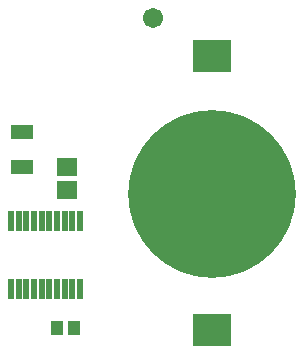
<source format=gbs>
G04*
G04 #@! TF.GenerationSoftware,Altium Limited,Altium Designer,19.1.7 (138)*
G04*
G04 Layer_Color=16711935*
%FSLAX25Y25*%
%MOIN*%
G70*
G01*
G75*
%ADD16C,0.06706*%
%ADD29R,0.12611X0.10643*%
%ADD30C,0.55918*%
%ADD31R,0.06706X0.05918*%
%ADD32R,0.04343X0.04619*%
%ADD33R,0.07611X0.04619*%
%ADD34R,0.02414X0.06942*%
D16*
X61200Y118250D02*
D03*
D29*
X80650Y14331D02*
D03*
Y105669D02*
D03*
D30*
Y59500D02*
D03*
D31*
X32250Y60910D02*
D03*
Y68390D02*
D03*
D32*
X34892Y14800D02*
D03*
X28908D02*
D03*
D33*
X17450Y68573D02*
D03*
Y80227D02*
D03*
D34*
X13684Y27961D02*
D03*
X16243D02*
D03*
X18802D02*
D03*
X21361D02*
D03*
X23921D02*
D03*
X26480D02*
D03*
X29039D02*
D03*
X31598D02*
D03*
X34157D02*
D03*
X36716D02*
D03*
Y50639D02*
D03*
X34157D02*
D03*
X31598D02*
D03*
X29039D02*
D03*
X26480D02*
D03*
X23921D02*
D03*
X21361D02*
D03*
X18802D02*
D03*
X16243D02*
D03*
X13684D02*
D03*
M02*

</source>
